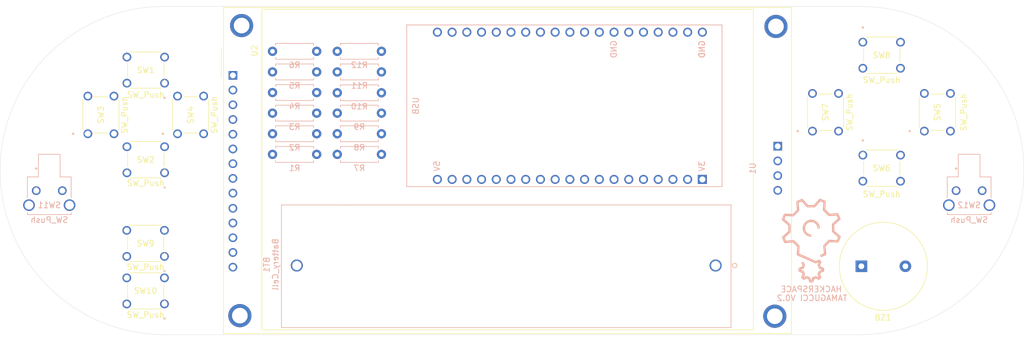
<source format=kicad_pcb>
(kicad_pcb (version 20171130) (host pcbnew 5.1.5+dfsg1-2build2)
  (layers (0 F.Cu signal) (31 B.Cu signal) (34 B.Paste user) (35 F.Paste user) (36 B.SilkS user) (37 F.SilkS user) (38 B.Mask user) (39 F.Mask user) (44 Edge.Cuts user))
  (net 0 "")
  (net 1 +5V)
  (net 2 GND)
  (net 3 "Net-(U2-Pad16)")
  (net 4 "Net-(U2-Pad17)")
  (net 5 CS)
  (net 6 DC\RS)
  (net 7 RESET)
  (net 8 SCK)
  (net 9 MISO)
  (net 10 MOSI)
  (net 11 "Net-(U2-Pad18)")
  (net 12 BTN_A)
  (net 13 BTN_B)
  (net 14 BTN_X)
  (net 15 BTN_Y)
  (net 16 BTN_START)
  (net 17 BTN_SELECT)
  (net 18 BTN_DP_UP)
  (net 19 BTN_DP_DOWN)
  (net 20 BTN_DP_LEFT)
  (net 21 BTN_DP_RIGHT)
  (net 22 BTN_BUMPER_L)
  (net 23 BTN_BUMPER_R)
  (net 24 BUZZER)
  (net 25 "Net-(BT1-Pad1)")
  (net 26 "Net-(BT1-Pad2)")
  (net 27 "Net-(U1-Pad38)")
  (net 28 "Net-(U1-Pad37)")
  (net 29 "Net-(U1-Pad36)")
  (net 30 "Net-(U1-Pad33)")
  (net 31 "Net-(U1-Pad29)")
  (net 32 "Net-(U1-Pad24)")
  (net 33 "Net-(U1-Pad23)")
  (net 34 "Net-(U1-Pad22)")
  (net 35 "Net-(U1-Pad18)")
  (net 36 "Net-(U1-Pad17)")
  (net 37 "Net-(U1-Pad16)")
  (net 38 "Net-(U1-Pad4)")
  (net 39 "Net-(U1-Pad3)")
  (net 40 "Net-(U1-Pad2)")
  (net 41 "Net-(U1-Pad1)")
  (net 42 "Net-(U2-Pad15)")
  (net 43 "Net-(U2-Pad10)")
  (net 44 "Net-(U2-Pad11)")
  (net 45 "Net-(U2-Pad12)")
  (net 46 "Net-(U2-Pad13)")
  (net 47 "Net-(U2-Pad14)")
  (module Resistor_THT:R_Axial_DIN0207_L6.3mm_D2.5mm_P7.62mm_Horizontal (layer B.Cu) (at 116.078 76.962)
    (fp_text reference R12 (at 3.81 2.37) (layer B.SilkS) (effects (justify mirror)))
    (fp_text value 10K)
    (pad 2 thru_hole oval (at 7.62 0) (size 1.6 1.6) (drill 0.8) (layers *.Cu *.Mask) (net 2 GND))
    (pad 1 thru_hole circle (at 0 0) (size 1.6 1.6) (drill 0.8) (layers *.Cu *.Mask) (net 1 +5V))
  )
  (module Resistor_THT:R_Axial_DIN0207_L6.3mm_D2.5mm_P7.62mm_Horizontal (layer B.Cu) (at 116.078 80.518)
    (fp_text reference R11 (at 3.81 2.37) (layer B.SilkS) (effects (justify mirror)))
    (fp_text value 10K)
    (pad 2 thru_hole oval (at 7.62 0) (size 1.6 1.6) (drill 0.8) (layers *.Cu *.Mask) (net 2 GND))
    (pad 1 thru_hole circle (at 0 0) (size 1.6 1.6) (drill 0.8) (layers *.Cu *.Mask) (net 1 +5V))
  )
  (module Resistor_THT:R_Axial_DIN0207_L6.3mm_D2.5mm_P7.62mm_Horizontal (layer B.Cu) (at 116.078 84.116)
    (fp_text reference R10 (at 3.81 2.37) (layer B.SilkS) (effects (justify mirror)))
    (fp_text value 10K)
    (pad 2 thru_hole oval (at 7.62 0) (size 1.6 1.6) (drill 0.8) (layers *.Cu *.Mask) (net 2 GND))
    (pad 1 thru_hole circle (at 0 0) (size 1.6 1.6) (drill 0.8) (layers *.Cu *.Mask) (net 1 +5V))
  )
  (module Resistor_THT:R_Axial_DIN0207_L6.3mm_D2.5mm_P7.62mm_Horizontal (layer B.Cu) (at 116.078 87.63)
    (fp_text reference R9 (at 3.81 2.37) (layer B.SilkS) (effects (justify mirror)))
    (fp_text value 10K)
    (pad 2 thru_hole oval (at 7.62 0) (size 1.6 1.6) (drill 0.8) (layers *.Cu *.Mask) (net 2 GND))
    (pad 1 thru_hole circle (at 0 0) (size 1.6 1.6) (drill 0.8) (layers *.Cu *.Mask) (net 1 +5V))
  )
  (module Resistor_THT:R_Axial_DIN0207_L6.3mm_D2.5mm_P7.62mm_Horizontal (layer B.Cu) (at 116.078 91.186)
    (fp_text reference R8 (at 3.81 2.37) (layer B.SilkS) (effects (justify mirror)))
    (fp_text value 10K)
    (pad 2 thru_hole oval (at 7.62 0) (size 1.6 1.6) (drill 0.8) (layers *.Cu *.Mask) (net 2 GND))
    (pad 1 thru_hole circle (at 0 0) (size 1.6 1.6) (drill 0.8) (layers *.Cu *.Mask) (net 1 +5V))
  )
  (module Resistor_THT:R_Axial_DIN0207_L6.3mm_D2.5mm_P7.62mm_Horizontal (layer B.Cu) (at 116.078 94.742)
    (fp_text reference R7 (at 3.81 2.37) (layer B.SilkS) (effects (justify mirror)))
    (fp_text value 10K)
    (pad 2 thru_hole oval (at 7.62 0) (size 1.6 1.6) (drill 0.8) (layers *.Cu *.Mask) (net 2 GND))
    (pad 1 thru_hole circle (at 0 0) (size 1.6 1.6) (drill 0.8) (layers *.Cu *.Mask) (net 1 +5V))
  )
  (module Resistor_THT:R_Axial_DIN0207_L6.3mm_D2.5mm_P7.62mm_Horizontal (layer B.Cu) (at 104.902 76.962)
    (fp_text reference R6 (at 3.81 2.37) (layer B.SilkS) (effects (justify mirror)))
    (fp_text value 10K)
    (pad 2 thru_hole oval (at 7.62 0) (size 1.6 1.6) (drill 0.8) (layers *.Cu *.Mask) (net 2 GND))
    (pad 1 thru_hole circle (at 0 0) (size 1.6 1.6) (drill 0.8) (layers *.Cu *.Mask) (net 1 +5V))
  )
  (module Resistor_THT:R_Axial_DIN0207_L6.3mm_D2.5mm_P7.62mm_Horizontal (layer B.Cu) (at 104.902 80.518)
    (fp_text reference R5 (at 3.81 2.37) (layer B.SilkS) (effects (justify mirror)))
    (fp_text value 10K)
    (pad 2 thru_hole oval (at 7.62 0) (size 1.6 1.6) (drill 0.8) (layers *.Cu *.Mask) (net 2 GND))
    (pad 1 thru_hole circle (at 0 0) (size 1.6 1.6) (drill 0.8) (layers *.Cu *.Mask) (net 1 +5V))
  )
  (module Resistor_THT:R_Axial_DIN0207_L6.3mm_D2.5mm_P7.62mm_Horizontal (layer B.Cu) (at 104.902 84.074)
    (fp_text reference R4 (at 3.81 2.37) (layer B.SilkS) (effects (justify mirror)))
    (fp_text value 10K)
    (pad 2 thru_hole oval (at 7.62 0) (size 1.6 1.6) (drill 0.8) (layers *.Cu *.Mask) (net 2 GND))
    (pad 1 thru_hole circle (at 0 0) (size 1.6 1.6) (drill 0.8) (layers *.Cu *.Mask) (net 1 +5V))
  )
  (module Resistor_THT:R_Axial_DIN0207_L6.3mm_D2.5mm_P7.62mm_Horizontal (layer B.Cu) (at 104.902 87.63)
    (fp_text reference R3 (at 3.81 2.37) (layer B.SilkS) (effects (justify mirror)))
    (fp_text value 10K)
    (pad 2 thru_hole oval (at 7.62 0) (size 1.6 1.6) (drill 0.8) (layers *.Cu *.Mask) (net 2 GND))
    (pad 1 thru_hole circle (at 0 0) (size 1.6 1.6) (drill 0.8) (layers *.Cu *.Mask) (net 1 +5V))
  )
  (module Resistor_THT:R_Axial_DIN0207_L6.3mm_D2.5mm_P7.62mm_Horizontal (layer B.Cu) (at 104.902 91.186)
    (fp_text reference R2 (at 3.81 2.37) (layer B.SilkS) (effects (justify mirror)))
    (fp_text value 10K)
    (pad 2 thru_hole oval (at 7.62 0) (size 1.6 1.6) (drill 0.8) (layers *.Cu *.Mask) (net 2 GND))
    (pad 1 thru_hole circle (at 0 0) (size 1.6 1.6) (drill 0.8) (layers *.Cu *.Mask) (net 1 +5V))
  )
  (module Resistor_THT:R_Axial_DIN0207_L6.3mm_D2.5mm_P7.62mm_Horizontal (layer B.Cu) (at 104.902 94.742)
    (fp_text reference R1 (at 3.81 2.37) (layer B.SilkS) (effects (justify mirror)))
    (fp_text value 10K)
    (pad 2 thru_hole oval (at 7.62 0) (size 1.6 1.6) (drill 0.8) (layers *.Cu *.Mask) (net 2 GND))
    (pad 1 thru_hole circle (at 0 0) (size 1.6 1.6) (drill 0.8) (layers *.Cu *.Mask) (net 1 +5V))
  )
  (module footprints:B3F1052 (layer F.Cu) (at 86.2814 97.9212 180)
    (fp_text reference SW2 (at 3.250001 2.250001) (layer F.SilkS))
    (fp_text value SW_Push (at 3.250001 -1.7738) (layer F.SilkS))
    (fp_text user * (at 0 0) (layer F.SilkS))
    (fp_text user * (at 0 0) (layer F.SilkS))
    (pad 2 thru_hole circle (at 6.500002 0 180) (size 1.507998 1.507998) (drill 0.999998) (layers *.Cu *.Mask) (net 1 +5V))
    (pad 4 thru_hole circle (at 6.500002 4.500001 180) (size 1.507998 1.507998) (drill 0.999998) (layers *.Cu *.Mask))
    (pad 3 thru_hole circle (at 0 4.500001 180) (size 1.507998 1.507998) (drill 0.999998) (layers *.Cu *.Mask))
    (pad 1 thru_hole circle (at 0 0 180) (size 1.507998 1.507998) (drill 0.999998) (layers *.Cu *.Mask) (net 19 BTN_DP_DOWN))
  )
  (module kretskort:hs_logo (layer B.Cu) (at 197.866 109.6264 180)
    (fp_text reference G*** hide)
    (fp_text value LOGO hide)
  )
  (module ESP32-DEVKITC-32D:MODULE_ESP32-DEVKITC-32D (layer B.Cu) (at 159.31 86.36 90)
    (fp_text reference U1 (at -10.829175 28.446045 270) (layer B.SilkS) (effects (font (size 1.000386 1.000386)) (justify mirror)))
    (fp_text value ESP32-DEVKITC-32D)
    (fp_text user GND (at 9.7536 19.685 90) (layer B.SilkS) (effects (justify mirror)))
    (fp_text user GND (at 9.7536 4.4704 90) (layer B.SilkS) (effects (justify mirror)))
    (fp_text user USB (at 0 -29.6926 90) (layer B.SilkS) (effects (justify mirror)))
    (fp_text user 3V (at -10.414 19.685 90) (layer B.SilkS) (effects (justify mirror)))
    (fp_text user 5V (at -10.414 -26.035 90) (layer B.SilkS) (effects (justify mirror)))
    (fp_text user GND (at 9.7536 19.685 90) (layer B.SilkS) (effects (justify mirror)))
    (pad 38 thru_hole circle (at 12.7 -25.96 90) (size 1.56 1.56) (drill 1.04) (layers *.Cu *.Mask) (net 27 "Net-(U1-Pad38)"))
    (pad 37 thru_hole circle (at 12.7 -23.42 90) (size 1.56 1.56) (drill 1.04) (layers *.Cu *.Mask) (net 28 "Net-(U1-Pad37)"))
    (pad 36 thru_hole circle (at 12.7 -20.88 90) (size 1.56 1.56) (drill 1.04) (layers *.Cu *.Mask) (net 29 "Net-(U1-Pad36)"))
    (pad 35 thru_hole circle (at 12.7 -18.34 90) (size 1.56 1.56) (drill 1.04) (layers *.Cu *.Mask) (net 5 CS))
    (pad 34 thru_hole circle (at 12.7 -15.8 90) (size 1.56 1.56) (drill 1.04) (layers *.Cu *.Mask) (net 6 DC\RS))
    (pad 33 thru_hole circle (at 12.7 -13.26 90) (size 1.56 1.56) (drill 1.04) (layers *.Cu *.Mask) (net 30 "Net-(U1-Pad33)"))
    (pad 32 thru_hole circle (at 12.7 -10.72 90) (size 1.56 1.56) (drill 1.04) (layers *.Cu *.Mask) (net 7 RESET))
    (pad 31 thru_hole circle (at 12.7 -8.18 90) (size 1.56 1.56) (drill 1.04) (layers *.Cu *.Mask) (net 23 BTN_BUMPER_R))
    (pad 30 thru_hole circle (at 12.7 -5.64 90) (size 1.56 1.56) (drill 1.04) (layers *.Cu *.Mask) (net 22 BTN_BUMPER_L))
    (pad 29 thru_hole circle (at 12.7 -3.1 90) (size 1.56 1.56) (drill 1.04) (layers *.Cu *.Mask) (net 31 "Net-(U1-Pad29)"))
    (pad 28 thru_hole circle (at 12.7 -0.56 90) (size 1.56 1.56) (drill 1.04) (layers *.Cu *.Mask) (net 8 SCK))
    (pad 27 thru_hole circle (at 12.7 1.98 90) (size 1.56 1.56) (drill 1.04) (layers *.Cu *.Mask) (net 9 MISO))
    (pad 26 thru_hole circle (at 12.7 4.52 90) (size 1.56 1.56) (drill 1.04) (layers *.Cu *.Mask) (net 2 GND))
    (pad 25 thru_hole circle (at 12.7 7.06 90) (size 1.56 1.56) (drill 1.04) (layers *.Cu *.Mask) (net 24 BUZZER))
    (pad 24 thru_hole circle (at 12.7 9.6 90) (size 1.56 1.56) (drill 1.04) (layers *.Cu *.Mask) (net 32 "Net-(U1-Pad24)"))
    (pad 23 thru_hole circle (at 12.7 12.14 90) (size 1.56 1.56) (drill 1.04) (layers *.Cu *.Mask) (net 33 "Net-(U1-Pad23)"))
    (pad 22 thru_hole circle (at 12.7 14.68 90) (size 1.56 1.56) (drill 1.04) (layers *.Cu *.Mask) (net 34 "Net-(U1-Pad22)"))
    (pad 21 thru_hole circle (at 12.7 17.22 90) (size 1.56 1.56) (drill 1.04) (layers *.Cu *.Mask) (net 10 MOSI))
    (pad 20 thru_hole circle (at 12.7 19.76 90) (size 1.56 1.56) (drill 1.04) (layers *.Cu *.Mask) (net 2 GND))
    (pad 18 thru_hole circle (at -12.7 -23.42 90) (size 1.56 1.56) (drill 1.04) (layers *.Cu *.Mask) (net 35 "Net-(U1-Pad18)"))
    (pad 17 thru_hole circle (at -12.7 -20.88 90) (size 1.56 1.56) (drill 1.04) (layers *.Cu *.Mask) (net 36 "Net-(U1-Pad17)"))
    (pad 16 thru_hole circle (at -12.7 -18.34 90) (size 1.56 1.56) (drill 1.04) (layers *.Cu *.Mask) (net 37 "Net-(U1-Pad16)"))
    (pad 15 thru_hole circle (at -12.7 -15.8 90) (size 1.56 1.56) (drill 1.04) (layers *.Cu *.Mask) (net 21 BTN_DP_RIGHT))
    (pad 14 thru_hole circle (at -12.7 -13.26 90) (size 1.56 1.56) (drill 1.04) (layers *.Cu *.Mask) (net 2 GND))
    (pad 13 thru_hole circle (at -12.7 -10.72 90) (size 1.56 1.56) (drill 1.04) (layers *.Cu *.Mask) (net 20 BTN_DP_LEFT))
    (pad 12 thru_hole circle (at -12.7 -8.18 90) (size 1.56 1.56) (drill 1.04) (layers *.Cu *.Mask) (net 19 BTN_DP_DOWN))
    (pad 11 thru_hole circle (at -12.7 -5.64 90) (size 1.56 1.56) (drill 1.04) (layers *.Cu *.Mask) (net 18 BTN_DP_UP))
    (pad 10 thru_hole circle (at -12.7 -3.1 90) (size 1.56 1.56) (drill 1.04) (layers *.Cu *.Mask) (net 16 BTN_START))
    (pad 9 thru_hole circle (at -12.7 -0.56 90) (size 1.56 1.56) (drill 1.04) (layers *.Cu *.Mask) (net 17 BTN_SELECT))
    (pad 8 thru_hole circle (at -12.7 1.98 90) (size 1.56 1.56) (drill 1.04) (layers *.Cu *.Mask) (net 15 BTN_Y))
    (pad 7 thru_hole circle (at -12.7 4.52 90) (size 1.56 1.56) (drill 1.04) (layers *.Cu *.Mask) (net 14 BTN_X))
    (pad 6 thru_hole circle (at -12.7 7.06 90) (size 1.56 1.56) (drill 1.04) (layers *.Cu *.Mask) (net 12 BTN_A))
    (pad 5 thru_hole circle (at -12.7 9.6 90) (size 1.56 1.56) (drill 1.04) (layers *.Cu *.Mask) (net 13 BTN_B))
    (pad 4 thru_hole circle (at -12.7 12.14 90) (size 1.56 1.56) (drill 1.04) (layers *.Cu *.Mask) (net 38 "Net-(U1-Pad4)"))
    (pad 3 thru_hole circle (at -12.7 14.68 90) (size 1.56 1.56) (drill 1.04) (layers *.Cu *.Mask) (net 39 "Net-(U1-Pad3)"))
    (pad 19 thru_hole circle (at -12.7 -25.96 90) (size 1.56 1.56) (drill 1.04) (layers *.Cu *.Mask) (net 1 +5V))
    (pad 2 thru_hole circle (at -12.7 17.22 90) (size 1.56 1.56) (drill 1.04) (layers *.Cu *.Mask) (net 40 "Net-(U1-Pad2)"))
    (pad 1 thru_hole rect (at -12.7 19.76 90) (size 1.56 1.56) (drill 1.04) (layers *.Cu *.Mask) (net 41 "Net-(U1-Pad1)"))
  )
  (module Buzzer_Beeper:Buzzer_15x7.5RM7.6 (layer F.Cu) (at 206.502 114.046)
    (fp_text reference BZ1 (at 3.74142 8.85444) (layer F.SilkS))
    (fp_text value Buzzer)
    (pad 2 thru_hole circle (at 7.6 0) (size 2 2) (drill 1) (layers *.Cu *.Mask) (net 2 GND))
    (pad 1 thru_hole rect (at 0 0) (size 2 2) (drill 1) (layers *.Cu *.Mask) (net 24 BUZZER))
  )
  (module ESP32-DEVKITC-32D:ILI9488 (layer F.Cu) (at 150.138 106.585)
    (fp_text reference U2 (at -48.3348 -29.7246 90) (layer F.SilkS))
    (fp_text value ILI9488)
    (pad 14 thru_hole circle (at -52.07 7.62) (size 1.5 1.5) (drill 1) (layers *.Cu *.Mask) (net 47 "Net-(U2-Pad14)"))
    (pad 13 thru_hole circle (at -52.07 5.08) (size 1.5 1.5) (drill 1) (layers *.Cu *.Mask) (net 46 "Net-(U2-Pad13)"))
    (pad 12 thru_hole circle (at -52.07 2.54) (size 1.5 1.5) (drill 1) (layers *.Cu *.Mask) (net 45 "Net-(U2-Pad12)"))
    (pad 11 thru_hole circle (at -52.07 0) (size 1.5 1.5) (drill 1) (layers *.Cu *.Mask) (net 44 "Net-(U2-Pad11)"))
    (pad 10 thru_hole circle (at -52.07 -2.54) (size 1.5 1.5) (drill 1) (layers *.Cu *.Mask) (net 43 "Net-(U2-Pad10)"))
    (pad "" thru_hole circle (at -50.87 15.982) (size 4 4) (drill 2.7) (layers *.Cu *.Mask))
    (pad "" thru_hole circle (at 41.43 16.082) (size 4 4) (drill 2.7) (layers *.Cu *.Mask))
    (pad "" thru_hole circle (at 41.63 -33.918) (size 4 4) (drill 2.7) (layers *.Cu *.Mask))
    (pad "" thru_hole circle (at -50.57 -34.068) (size 4 4) (drill 2.7) (layers *.Cu *.Mask))
    (pad 15 thru_hole circle (at 41.93762 -5.63192) (size 1.5 1.5) (drill 1) (layers *.Cu *.Mask) (net 42 "Net-(U2-Pad15)"))
    (pad 16 thru_hole circle (at 41.93762 -8.17192) (size 1.5 1.5) (drill 1) (layers *.Cu *.Mask) (net 3 "Net-(U2-Pad16)"))
    (pad 17 thru_hole circle (at 41.93762 -10.71192) (size 1.5 1.5) (drill 1) (layers *.Cu *.Mask) (net 4 "Net-(U2-Pad17)"))
    (pad 18 thru_hole rect (at 41.93762 -13.25192) (size 1.5 1.5) (drill 1) (layers *.Cu *.Mask) (net 11 "Net-(U2-Pad18)"))
    (pad 9 thru_hole circle (at -52.07 -5.158) (size 1.5 1.5) (drill 1) (layers *.Cu *.Mask) (net 9 MISO))
    (pad 8 thru_hole circle (at -52.07 -7.698) (size 1.5 1.5) (drill 1) (layers *.Cu *.Mask) (net 1 +5V))
    (pad 7 thru_hole circle (at -52.07 -10.238) (size 1.5 1.5) (drill 1) (layers *.Cu *.Mask) (net 8 SCK))
    (pad 6 thru_hole circle (at -52.07 -12.778) (size 1.5 1.5) (drill 1) (layers *.Cu *.Mask) (net 10 MOSI))
    (pad 5 thru_hole circle (at -52.07 -15.318) (size 1.5 1.5) (drill 1) (layers *.Cu *.Mask) (net 6 DC\RS))
    (pad 4 thru_hole circle (at -52.07 -17.858) (size 1.5 1.5) (drill 1) (layers *.Cu *.Mask) (net 7 RESET))
    (pad 3 thru_hole circle (at -52.07 -20.398) (size 1.5 1.5) (drill 1) (layers *.Cu *.Mask) (net 5 CS))
    (pad 2 thru_hole circle (at -52.07 -22.938) (size 1.5 1.5) (drill 1) (layers *.Cu *.Mask) (net 2 GND))
    (pad 1 thru_hole rect (at -52.07 -25.478) (size 1.5 1.5) (drill 1) (layers *.Cu *.Mask) (net 1 +5V))
  )
  (module footprints:B3F1052 (layer F.Cu) (at 217.3732 90.7264 90)
    (fp_text reference SW5 (at 3.250001 2.250001 90) (layer F.SilkS))
    (fp_text value SW_Push (at 3.250001 6.7818 90) (layer F.SilkS))
    (fp_text user * (at 0 0 90) (layer F.SilkS))
    (fp_text user * (at 0 0 90) (layer F.SilkS))
    (pad 2 thru_hole circle (at 6.500002 0 90) (size 1.507998 1.507998) (drill 0.999998) (layers *.Cu *.Mask) (net 1 +5V))
    (pad 4 thru_hole circle (at 6.500002 4.500001 90) (size 1.507998 1.507998) (drill 0.999998) (layers *.Cu *.Mask))
    (pad 3 thru_hole circle (at 0 4.500001 90) (size 1.507998 1.507998) (drill 0.999998) (layers *.Cu *.Mask))
    (pad 1 thru_hole circle (at 0 0 90) (size 1.507998 1.507998) (drill 0.999998) (layers *.Cu *.Mask) (net 12 BTN_A))
  )
  (module footprints:B3F1052 (layer F.Cu) (at 206.7584 94.869)
    (fp_text reference SW6 (at 3.250001 2.250001) (layer F.SilkS))
    (fp_text value SW_Push (at 3.250001 6.731) (layer F.SilkS))
    (fp_text user * (at 0 0) (layer F.SilkS))
    (fp_text user * (at 0 0) (layer F.SilkS))
    (pad 2 thru_hole circle (at 6.500002 0) (size 1.507998 1.507998) (drill 0.999998) (layers *.Cu *.Mask) (net 1 +5V))
    (pad 4 thru_hole circle (at 6.500002 4.500001) (size 1.507998 1.507998) (drill 0.999998) (layers *.Cu *.Mask))
    (pad 3 thru_hole circle (at 0 4.500001) (size 1.507998 1.507998) (drill 0.999998) (layers *.Cu *.Mask))
    (pad 1 thru_hole circle (at 0 0) (size 1.507998 1.507998) (drill 0.999998) (layers *.Cu *.Mask) (net 13 BTN_B))
  )
  (module footprints:B3F1052 (layer F.Cu) (at 198.0692 90.7288 90)
    (fp_text reference SW7 (at 3.250001 2.250001 90) (layer F.SilkS))
    (fp_text value SW_Push (at 3.250001 6.4008 90) (layer F.SilkS))
    (fp_text user * (at 0 0 90) (layer F.SilkS))
    (fp_text user * (at 0 0 90) (layer F.SilkS))
    (pad 2 thru_hole circle (at 6.500002 0 90) (size 1.507998 1.507998) (drill 0.999998) (layers *.Cu *.Mask) (net 1 +5V))
    (pad 4 thru_hole circle (at 6.500002 4.500001 90) (size 1.507998 1.507998) (drill 0.999998) (layers *.Cu *.Mask))
    (pad 3 thru_hole circle (at 0 4.500001 90) (size 1.507998 1.507998) (drill 0.999998) (layers *.Cu *.Mask))
    (pad 1 thru_hole circle (at 0 0 90) (size 1.507998 1.507998) (drill 0.999998) (layers *.Cu *.Mask) (net 14 BTN_X))
  )
  (module footprints:B3F1052 (layer F.Cu) (at 206.756 75.383)
    (fp_text reference SW8 (at 3.250001 2.250001) (layer F.SilkS))
    (fp_text value SW_Push (at 3.250001 6.532) (layer F.SilkS))
    (fp_text user * (at 0 0) (layer F.SilkS))
    (fp_text user * (at 0 0) (layer F.SilkS))
    (pad 2 thru_hole circle (at 6.500002 0) (size 1.507998 1.507998) (drill 0.999998) (layers *.Cu *.Mask) (net 1 +5V))
    (pad 4 thru_hole circle (at 6.500002 4.500001) (size 1.507998 1.507998) (drill 0.999998) (layers *.Cu *.Mask))
    (pad 3 thru_hole circle (at 0 4.500001) (size 1.507998 1.507998) (drill 0.999998) (layers *.Cu *.Mask))
    (pad 1 thru_hole circle (at 0 0) (size 1.507998 1.507998) (drill 0.999998) (layers *.Cu *.Mask) (net 15 BTN_Y))
  )
  (module footprints:B3F1052 (layer F.Cu) (at 86.2814 82.4526 180)
    (fp_text reference SW1 (at 3.250001 2.250001) (layer F.SilkS))
    (fp_text value SW_Push (at 3.250001 -2.0024) (layer F.SilkS))
    (fp_text user * (at 0 0) (layer F.SilkS))
    (fp_text user * (at 0 0) (layer F.SilkS))
    (pad 2 thru_hole circle (at 6.500002 0 180) (size 1.507998 1.507998) (drill 0.999998) (layers *.Cu *.Mask) (net 1 +5V))
    (pad 4 thru_hole circle (at 6.500002 4.500001 180) (size 1.507998 1.507998) (drill 0.999998) (layers *.Cu *.Mask))
    (pad 3 thru_hole circle (at 0 4.500001 180) (size 1.507998 1.507998) (drill 0.999998) (layers *.Cu *.Mask))
    (pad 1 thru_hole circle (at 0 0 180) (size 1.507998 1.507998) (drill 0.999998) (layers *.Cu *.Mask) (net 18 BTN_DP_UP))
  )
  (module footprints:B3F1052 (layer F.Cu) (at 73.0462 91.186 90)
    (fp_text reference SW3 (at 3.250001 2.250001 90) (layer F.SilkS))
    (fp_text value SW_Push (at 3.250001 6.3288 90) (layer F.SilkS))
    (fp_text user * (at 0 0 90) (layer F.SilkS))
    (fp_text user * (at 0 0 90) (layer F.SilkS))
    (pad 2 thru_hole circle (at 6.500002 0 90) (size 1.507998 1.507998) (drill 0.999998) (layers *.Cu *.Mask) (net 1 +5V))
    (pad 4 thru_hole circle (at 6.500002 4.500001 90) (size 1.507998 1.507998) (drill 0.999998) (layers *.Cu *.Mask))
    (pad 3 thru_hole circle (at 0 4.500001 90) (size 1.507998 1.507998) (drill 0.999998) (layers *.Cu *.Mask))
    (pad 1 thru_hole circle (at 0 0 90) (size 1.507998 1.507998) (drill 0.999998) (layers *.Cu *.Mask) (net 20 BTN_DP_LEFT))
  )
  (module footprints:B3F1052 (layer F.Cu) (at 88.519 91.186 90)
    (fp_text reference SW4 (at 3.250001 2.250001 90) (layer F.SilkS))
    (fp_text value SW_Push (at 3.250001 6.35 90) (layer F.SilkS))
    (fp_text user * (at 0 0 90) (layer F.SilkS))
    (fp_text user * (at 0 0 90) (layer F.SilkS))
    (pad 2 thru_hole circle (at 6.500002 0 90) (size 1.507998 1.507998) (drill 0.999998) (layers *.Cu *.Mask) (net 1 +5V))
    (pad 4 thru_hole circle (at 6.500002 4.500001 90) (size 1.507998 1.507998) (drill 0.999998) (layers *.Cu *.Mask))
    (pad 3 thru_hole circle (at 0 4.500001 90) (size 1.507998 1.507998) (drill 0.999998) (layers *.Cu *.Mask))
    (pad 1 thru_hole circle (at 0 0 90) (size 1.507998 1.507998) (drill 0.999998) (layers *.Cu *.Mask) (net 21 BTN_DP_RIGHT))
  )
  (module footprints:B3F1052 (layer F.Cu) (at 86.256 112.3484 180)
    (fp_text reference SW9 (at 3.250001 2.250001) (layer F.SilkS))
    (fp_text value SW_Push (at 3.250001 -1.8246) (layer F.SilkS))
    (fp_text user * (at 0 0) (layer F.SilkS))
    (fp_text user * (at 0 0) (layer F.SilkS))
    (pad 2 thru_hole circle (at 6.500002 0 180) (size 1.507998 1.507998) (drill 0.999998) (layers *.Cu *.Mask) (net 1 +5V))
    (pad 4 thru_hole circle (at 6.500002 4.500001 180) (size 1.507998 1.507998) (drill 0.999998) (layers *.Cu *.Mask))
    (pad 3 thru_hole circle (at 0 4.500001 180) (size 1.507998 1.507998) (drill 0.999998) (layers *.Cu *.Mask))
    (pad 1 thru_hole circle (at 0 0 180) (size 1.507998 1.507998) (drill 0.999998) (layers *.Cu *.Mask) (net 16 BTN_START))
  )
  (module footprints:B3F1052 (layer F.Cu) (at 86.256 120.5484 180)
    (fp_text reference SW10 (at 3.250001 2.250001) (layer F.SilkS))
    (fp_text value SW_Push (at 3.250001 -1.8796) (layer F.SilkS))
    (fp_text user * (at 0 0) (layer F.SilkS))
    (fp_text user * (at 0 0) (layer F.SilkS))
    (pad 2 thru_hole circle (at 6.500002 0 180) (size 1.507998 1.507998) (drill 0.999998) (layers *.Cu *.Mask) (net 1 +5V))
    (pad 4 thru_hole circle (at 6.500002 4.500001 180) (size 1.507998 1.507998) (drill 0.999998) (layers *.Cu *.Mask))
    (pad 3 thru_hole circle (at 0 4.500001 180) (size 1.507998 1.507998) (drill 0.999998) (layers *.Cu *.Mask))
    (pad 1 thru_hole circle (at 0 0 180) (size 1.507998 1.507998) (drill 0.999998) (layers *.Cu *.Mask) (net 17 BTN_SELECT))
  )
  (module footprints:B3F-3152 (layer B.Cu) (at 64.135 101.005)
    (fp_text reference SW11 (at 2.250001 2.5) (layer B.SilkS) (effects (justify mirror)))
    (fp_text value SW_Push (at 2.250001 5.04) (layer B.SilkS) (effects (justify mirror)))
    (fp_text user * (at 0 0) (layer B.SilkS) (effects (justify mirror)))
    (fp_text user * (at 0 0) (layer B.SilkS) (effects (justify mirror)))
    (pad 4 thru_hole circle (at 5.75 2.5) (size 2.008124 2.008124) (drill 1.500124) (layers *.Cu *.Mask))
    (pad 3 thru_hole circle (at -1.249999 2.5) (size 2.008124 2.008124) (drill 1.500124) (layers *.Cu *.Mask))
    (pad 2 thru_hole circle (at 4.500001 0) (size 1.507998 1.507998) (drill 0.999998) (layers *.Cu *.Mask) (net 1 +5V))
    (pad 1 thru_hole circle (at 0 0) (size 1.507998 1.507998) (drill 0.999998) (layers *.Cu *.Mask) (net 22 BTN_BUMPER_L))
  )
  (module footprints:B3F-3152 (layer B.Cu) (at 222.85 101.005)
    (fp_text reference SW12 (at 2.250001 2.5) (layer B.SilkS) (effects (justify mirror)))
    (fp_text value SW_Push (at 2.250001 5.04) (layer B.SilkS) (effects (justify mirror)))
    (fp_text user * (at 0 0) (layer B.SilkS) (effects (justify mirror)))
    (fp_text user * (at 0 0) (layer B.SilkS) (effects (justify mirror)))
    (pad 4 thru_hole circle (at 5.75 2.5) (size 2.008124 2.008124) (drill 1.500124) (layers *.Cu *.Mask))
    (pad 3 thru_hole circle (at -1.249999 2.5) (size 2.008124 2.008124) (drill 1.500124) (layers *.Cu *.Mask))
    (pad 2 thru_hole circle (at 4.500001 0) (size 1.507998 1.507998) (drill 0.999998) (layers *.Cu *.Mask) (net 1 +5V))
    (pad 1 thru_hole circle (at 0 0) (size 1.507998 1.507998) (drill 0.999998) (layers *.Cu *.Mask) (net 23 BTN_BUMPER_R))
  )
  (module footprints:18650holder (layer B.Cu) (at 109.093 113.919 180)
    (fp_text reference BT1 (at 5.207 0.127 270) (layer B.SilkS) (effects (justify mirror)))
    (fp_text value Battery_Cell (at 3.683 0.1905 270) (layer B.SilkS) (effects (justify mirror)))
    (fp_text user * (at 0 0) (layer B.SilkS) (effects (justify mirror)))
    (fp_text user * (at 0 0) (layer B.SilkS) (effects (justify mirror)))
    (pad 5 np_thru_hole circle (at -63.627 -7.874 180) (size 3.81 3.81) (drill 3.81) (layers *.Cu *.Mask))
    (pad 4 np_thru_hole circle (at 0 -7.874 180) (size 2.6416 2.6416) (drill 2.6416) (layers *.Cu *.Mask))
    (pad 3 np_thru_hole circle (at -8.382 7.874 180) (size 3.81 3.81) (drill 3.81) (layers *.Cu *.Mask))
    (pad 2 thru_hole circle (at 0 0 180) (size 2.0828 2.0828) (drill 1.5748) (layers *.Cu *.Mask) (net 26 "Net-(BT1-Pad2)"))
    (pad 1 thru_hole circle (at -72.263 0 180) (size 2.0828 2.0828) (drill 1.5748) (layers *.Cu *.Mask) (net 25 "Net-(BT1-Pad1)"))
  )
  (gr_text "TAMAGUCCI V0.2" (at 197.993 119.5324) (layer B.SilkS) (effects (font (size 1 1)) (justify mirror)))
  (gr_arc (start 206.23782 97.52974) (end 206.23782 125.84436) (angle -180) (layer Edge.Cuts) (width 0.05))
  (gr_line (start 194.64782 125.8443) (end 206.23782 125.84436) (layer Edge.Cuts) (width 0.05))
  (gr_text HACKERSPACE (at 197.866 118.0084) (layer B.SilkS) (effects (font (size 1 1)) (justify mirror)))
  (gr_line (start 86.22182 69.21494) (end 96.27616 69.215) (layer Edge.Cuts) (width 0.05))
  (gr_line (start 86.22182 125.8443) (end 96.27616 125.8443) (layer Edge.Cuts) (width 0.05))
  (gr_arc (start 86.22182 97.52968) (end 86.22182 69.21506) (angle -180) (layer Edge.Cuts) (width 0.05))
  (gr_line (start 194.64782 69.215) (end 206.23782 69.21506) (layer Edge.Cuts) (width 0.05))
  (gr_line (start 96.27616 125.8443) (end 194.64782 125.8443) (layer Edge.Cuts) (width 0.05))
  (gr_line (start 96.27616 69.215) (end 194.64782 69.215) (layer Edge.Cuts) (width 0.05))
  (segment (start 98.149 83.566) (end 98.068 83.647) (width 0.254) (layer F.Cu) (net 2))
  (segment (start 98.149 93.726) (end 98.068 93.807) (width 0.254) (layer F.Cu) (net 10))
)
</source>
